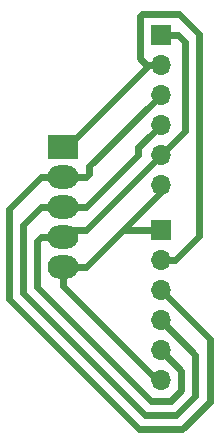
<source format=gbr>
G04 #@! TF.GenerationSoftware,KiCad,Pcbnew,5.0.0-rc2-dev-unknown-5e5e80d~64~ubuntu16.04.1*
G04 #@! TF.CreationDate,2018-05-03T07:12:55-03:00*
G04 #@! TF.ProjectId,audio_1,617564696F5F312E6B696361645F7063,rev?*
G04 #@! TF.SameCoordinates,Original*
G04 #@! TF.FileFunction,Copper,L1,Top,Signal*
G04 #@! TF.FilePolarity,Positive*
%FSLAX46Y46*%
G04 Gerber Fmt 4.6, Leading zero omitted, Abs format (unit mm)*
G04 Created by KiCad (PCBNEW 5.0.0-rc2-dev-unknown-5e5e80d~64~ubuntu16.04.1) date Thu May  3 07:12:55 2018*
%MOMM*%
%LPD*%
G01*
G04 APERTURE LIST*
%ADD10O,2.600000X2.000000*%
%ADD11R,2.600000X2.000000*%
%ADD12R,1.700000X1.700000*%
%ADD13O,1.700000X1.700000*%
%ADD14C,0.600000*%
G04 APERTURE END LIST*
D10*
X163195000Y-107315000D03*
X163195000Y-104775000D03*
X163195000Y-102235000D03*
X163195000Y-99695000D03*
D11*
X163195000Y-97155000D03*
D12*
X171450000Y-87630000D03*
D13*
X171450000Y-90170000D03*
X171450000Y-92710000D03*
X171450000Y-95250000D03*
X171450000Y-97790000D03*
X171450000Y-100330000D03*
X171450000Y-116840000D03*
X171450000Y-114300000D03*
X171450000Y-111760000D03*
X171450000Y-109220000D03*
X171450000Y-106680000D03*
D12*
X171450000Y-104140000D03*
D14*
X171450000Y-100960000D02*
X171450000Y-100330000D01*
X163195000Y-107315000D02*
X165095000Y-107315000D01*
X168270000Y-104140000D02*
X167640000Y-104770000D01*
X167640000Y-104770000D02*
X171450000Y-100960000D01*
X171450000Y-104140000D02*
X168270000Y-104140000D01*
X165095000Y-107315000D02*
X167640000Y-104770000D01*
X171120000Y-116840000D02*
X171450000Y-116840000D01*
X163195000Y-108915000D02*
X171120000Y-116840000D01*
X163195000Y-107315000D02*
X163195000Y-108915000D01*
X170600001Y-98639999D02*
X171450000Y-97790000D01*
X165104990Y-104135010D02*
X170600001Y-98639999D01*
X163834990Y-104135010D02*
X165104990Y-104135010D01*
X163195000Y-104775000D02*
X163834990Y-104135010D01*
X161295000Y-104775000D02*
X163195000Y-104775000D01*
X160994990Y-108974992D02*
X160994990Y-105075010D01*
X170609999Y-118590001D02*
X160994990Y-108974992D01*
X172290001Y-118590001D02*
X170609999Y-118590001D01*
X173200001Y-117680001D02*
X172290001Y-118590001D01*
X160994990Y-105075010D02*
X161295000Y-104775000D01*
X173200001Y-116050001D02*
X173200001Y-117680001D01*
X171450000Y-114300000D02*
X173200001Y-116050001D01*
X172299999Y-96940001D02*
X171450000Y-97790000D01*
X173490011Y-95749989D02*
X172299999Y-96940001D01*
X173490011Y-88220011D02*
X173490011Y-95749989D01*
X172900000Y-87630000D02*
X173490011Y-88220011D01*
X171450000Y-87630000D02*
X172900000Y-87630000D01*
X169545000Y-97155000D02*
X170600001Y-96099999D01*
X169545000Y-97785000D02*
X169545000Y-97155000D01*
X170600001Y-96099999D02*
X171450000Y-95250000D01*
X165095000Y-102235000D02*
X169545000Y-97785000D01*
X163195000Y-102235000D02*
X165095000Y-102235000D01*
X161295000Y-102235000D02*
X163195000Y-102235000D01*
X159794981Y-103735019D02*
X161295000Y-102235000D01*
X170112938Y-119790010D02*
X159794981Y-109472053D01*
X172787061Y-119790011D02*
X170112938Y-119790010D01*
X159794981Y-109472053D02*
X159794981Y-103735019D01*
X174400010Y-118177062D02*
X172787061Y-119790011D01*
X174400010Y-114710010D02*
X174400010Y-118177062D01*
X171450000Y-111760000D02*
X174400010Y-114710010D01*
X170600001Y-93559999D02*
X171450000Y-92710000D01*
X165395001Y-98764999D02*
X170600001Y-93559999D01*
X165395001Y-99394999D02*
X165395001Y-98764999D01*
X165095000Y-99695000D02*
X165395001Y-99394999D01*
X163195000Y-99695000D02*
X165095000Y-99695000D01*
X175600020Y-113370020D02*
X172299999Y-110069999D01*
X173284122Y-120990020D02*
X175600020Y-118674122D01*
X175600020Y-118674122D02*
X175600020Y-113370020D01*
X158594972Y-109969114D02*
X169615879Y-120990019D01*
X158594972Y-102395028D02*
X158594972Y-109969114D01*
X161295000Y-99695000D02*
X158594972Y-102395028D01*
X172299999Y-110069999D02*
X171450000Y-109220000D01*
X169615879Y-120990019D02*
X173284122Y-120990020D01*
X163195000Y-99695000D02*
X161295000Y-99695000D01*
X170480000Y-90170000D02*
X171450000Y-90170000D01*
X163495000Y-97155000D02*
X170480000Y-90170000D01*
X163495000Y-97155000D02*
X163195000Y-97155000D01*
X169699999Y-86059999D02*
X169699999Y-89622080D01*
X169879999Y-85879999D02*
X169699999Y-86059999D01*
X169699999Y-89622080D02*
X170247919Y-90170000D01*
X174690020Y-104642061D02*
X174690020Y-87550018D01*
X170247919Y-90170000D02*
X171450000Y-90170000D01*
X174690020Y-87550018D02*
X173020001Y-85879999D01*
X172652081Y-106680000D02*
X174690020Y-104642061D01*
X173020001Y-85879999D02*
X169879999Y-85879999D01*
X171450000Y-106680000D02*
X172652081Y-106680000D01*
M02*

</source>
